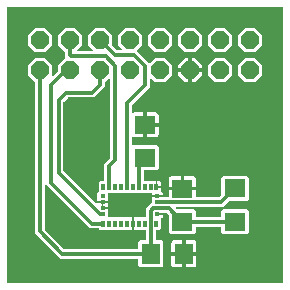
<source format=gbr>
G04 EAGLE Gerber RS-274X export*
G75*
%MOMM*%
%FSLAX34Y34*%
%LPD*%
%INTop Copper*%
%IPPOS*%
%AMOC8*
5,1,8,0,0,1.08239X$1,22.5*%
G01*
%ADD10P,1.649562X8X22.500000*%
%ADD11R,1.800000X1.600000*%
%ADD12R,1.600000X1.800000*%
%ADD13R,1.803000X1.600000*%
%ADD14R,0.300000X0.525000*%
%ADD15R,0.425000X0.300000*%
%ADD16C,0.304800*%

G36*
X242906Y10164D02*
X242906Y10164D01*
X242925Y10162D01*
X243027Y10184D01*
X243129Y10200D01*
X243147Y10210D01*
X243166Y10214D01*
X243255Y10267D01*
X243347Y10316D01*
X243360Y10330D01*
X243377Y10340D01*
X243445Y10419D01*
X243516Y10494D01*
X243524Y10512D01*
X243537Y10527D01*
X243576Y10623D01*
X243620Y10717D01*
X243622Y10737D01*
X243629Y10755D01*
X243648Y10921D01*
X243831Y243077D01*
X243827Y243097D01*
X243830Y243117D01*
X243808Y243218D01*
X243791Y243320D01*
X243782Y243338D01*
X243777Y243358D01*
X243724Y243446D01*
X243676Y243538D01*
X243662Y243552D01*
X243651Y243569D01*
X243573Y243636D01*
X243498Y243707D01*
X243480Y243716D01*
X243464Y243729D01*
X243368Y243767D01*
X243275Y243811D01*
X243255Y243813D01*
X243236Y243821D01*
X243069Y243839D01*
X10922Y243839D01*
X10902Y243836D01*
X10883Y243838D01*
X10781Y243816D01*
X10679Y243800D01*
X10662Y243790D01*
X10642Y243786D01*
X10553Y243733D01*
X10462Y243684D01*
X10448Y243670D01*
X10431Y243660D01*
X10364Y243581D01*
X10292Y243506D01*
X10284Y243488D01*
X10271Y243473D01*
X10232Y243377D01*
X10189Y243283D01*
X10187Y243263D01*
X10179Y243245D01*
X10161Y243078D01*
X10161Y10922D01*
X10164Y10902D01*
X10162Y10883D01*
X10184Y10781D01*
X10200Y10679D01*
X10210Y10662D01*
X10214Y10642D01*
X10267Y10553D01*
X10316Y10462D01*
X10330Y10448D01*
X10340Y10431D01*
X10419Y10364D01*
X10494Y10292D01*
X10512Y10284D01*
X10527Y10271D01*
X10623Y10232D01*
X10717Y10189D01*
X10737Y10187D01*
X10755Y10179D01*
X10922Y10161D01*
X242887Y10161D01*
X242906Y10164D01*
G37*
%LPC*%
G36*
X122998Y23384D02*
X122998Y23384D01*
X121509Y24873D01*
X121509Y30099D01*
X121506Y30119D01*
X121508Y30138D01*
X121486Y30240D01*
X121470Y30342D01*
X121460Y30359D01*
X121456Y30379D01*
X121403Y30468D01*
X121354Y30559D01*
X121340Y30573D01*
X121330Y30590D01*
X121251Y30657D01*
X121176Y30729D01*
X121158Y30737D01*
X121143Y30750D01*
X121047Y30789D01*
X120953Y30832D01*
X120933Y30834D01*
X120915Y30842D01*
X120748Y30860D01*
X55466Y30860D01*
X34035Y52291D01*
X34035Y179880D01*
X34021Y179970D01*
X34013Y180061D01*
X34001Y180091D01*
X33996Y180123D01*
X33953Y180203D01*
X33917Y180287D01*
X33891Y180319D01*
X33880Y180340D01*
X33857Y180362D01*
X33812Y180418D01*
X27939Y186291D01*
X27939Y194709D01*
X33891Y200661D01*
X42309Y200661D01*
X48261Y194709D01*
X48261Y186022D01*
X48272Y185951D01*
X48274Y185879D01*
X48292Y185831D01*
X48300Y185779D01*
X48334Y185716D01*
X48359Y185648D01*
X48391Y185608D01*
X48416Y185562D01*
X48468Y185512D01*
X48512Y185456D01*
X48556Y185428D01*
X48594Y185392D01*
X48659Y185362D01*
X48719Y185323D01*
X48770Y185311D01*
X48817Y185289D01*
X48888Y185281D01*
X48958Y185263D01*
X49010Y185267D01*
X49061Y185262D01*
X49132Y185277D01*
X49203Y185283D01*
X49251Y185303D01*
X49302Y185314D01*
X49363Y185351D01*
X49429Y185379D01*
X49485Y185424D01*
X49513Y185440D01*
X49528Y185458D01*
X49560Y185484D01*
X53116Y189040D01*
X53169Y189114D01*
X53229Y189183D01*
X53241Y189213D01*
X53260Y189239D01*
X53287Y189327D01*
X53321Y189411D01*
X53325Y189452D01*
X53332Y189475D01*
X53331Y189507D01*
X53339Y189578D01*
X53339Y194709D01*
X59253Y200622D01*
X59265Y200639D01*
X59280Y200651D01*
X59336Y200738D01*
X59396Y200822D01*
X59402Y200841D01*
X59413Y200858D01*
X59438Y200958D01*
X59469Y201057D01*
X59468Y201077D01*
X59473Y201097D01*
X59465Y201200D01*
X59462Y201303D01*
X59455Y201322D01*
X59454Y201342D01*
X59435Y201386D01*
X59435Y205280D01*
X59421Y205370D01*
X59413Y205461D01*
X59401Y205491D01*
X59396Y205523D01*
X59353Y205603D01*
X59317Y205687D01*
X59291Y205719D01*
X59280Y205740D01*
X59257Y205762D01*
X59212Y205818D01*
X53339Y211691D01*
X53339Y220109D01*
X59291Y226061D01*
X67709Y226061D01*
X73661Y220109D01*
X73661Y211691D01*
X69518Y207548D01*
X69476Y207490D01*
X69426Y207438D01*
X69405Y207391D01*
X69374Y207349D01*
X69353Y207280D01*
X69323Y207215D01*
X69317Y207163D01*
X69302Y207113D01*
X69304Y207042D01*
X69296Y206971D01*
X69307Y206920D01*
X69308Y206868D01*
X69333Y206800D01*
X69348Y206730D01*
X69375Y206685D01*
X69393Y206637D01*
X69437Y206581D01*
X69474Y206519D01*
X69514Y206485D01*
X69546Y206445D01*
X69607Y206406D01*
X69661Y206359D01*
X69709Y206340D01*
X69753Y206312D01*
X69823Y206294D01*
X69889Y206267D01*
X69961Y206259D01*
X69992Y206251D01*
X70015Y206253D01*
X70056Y206249D01*
X82344Y206249D01*
X82415Y206260D01*
X82486Y206262D01*
X82535Y206280D01*
X82587Y206288D01*
X82650Y206322D01*
X82717Y206347D01*
X82758Y206379D01*
X82804Y206404D01*
X82854Y206456D01*
X82910Y206500D01*
X82938Y206544D01*
X82974Y206582D01*
X83004Y206647D01*
X83043Y206707D01*
X83055Y206758D01*
X83077Y206805D01*
X83085Y206876D01*
X83103Y206946D01*
X83099Y206998D01*
X83104Y207049D01*
X83089Y207120D01*
X83083Y207191D01*
X83063Y207239D01*
X83052Y207290D01*
X83015Y207351D01*
X82987Y207417D01*
X82942Y207473D01*
X82926Y207501D01*
X82908Y207516D01*
X82882Y207548D01*
X78739Y211691D01*
X78739Y220109D01*
X84691Y226061D01*
X93109Y226061D01*
X99061Y220109D01*
X99061Y211803D01*
X99075Y211713D01*
X99083Y211622D01*
X99095Y211592D01*
X99100Y211560D01*
X99143Y211480D01*
X99179Y211396D01*
X99205Y211364D01*
X99216Y211343D01*
X99239Y211321D01*
X99284Y211265D01*
X103061Y207488D01*
X103135Y207435D01*
X103204Y207375D01*
X103234Y207363D01*
X103260Y207344D01*
X103347Y207317D01*
X103432Y207283D01*
X103473Y207279D01*
X103496Y207272D01*
X103528Y207273D01*
X103599Y207265D01*
X106728Y207265D01*
X106799Y207276D01*
X106870Y207278D01*
X106919Y207296D01*
X106971Y207304D01*
X107034Y207338D01*
X107101Y207363D01*
X107142Y207395D01*
X107188Y207420D01*
X107238Y207472D01*
X107294Y207516D01*
X107322Y207560D01*
X107358Y207598D01*
X107388Y207663D01*
X107427Y207723D01*
X107439Y207774D01*
X107461Y207821D01*
X107469Y207892D01*
X107487Y207962D01*
X107483Y208014D01*
X107488Y208065D01*
X107473Y208136D01*
X107467Y208207D01*
X107447Y208255D01*
X107436Y208306D01*
X107399Y208367D01*
X107371Y208433D01*
X107326Y208489D01*
X107310Y208517D01*
X107292Y208532D01*
X107266Y208564D01*
X104139Y211691D01*
X104139Y220109D01*
X110091Y226061D01*
X118509Y226061D01*
X124461Y220109D01*
X124461Y211691D01*
X120459Y207690D01*
X120447Y207673D01*
X120432Y207661D01*
X120376Y207574D01*
X120315Y207490D01*
X120310Y207471D01*
X120299Y207454D01*
X120274Y207354D01*
X120243Y207255D01*
X120244Y207235D01*
X120239Y207216D01*
X120247Y207113D01*
X120249Y207009D01*
X120256Y206990D01*
X120258Y206970D01*
X120298Y206875D01*
X120334Y206778D01*
X120346Y206762D01*
X120354Y206744D01*
X120459Y206613D01*
X122411Y204661D01*
X130413Y196659D01*
X130429Y196647D01*
X130442Y196632D01*
X130529Y196576D01*
X130613Y196515D01*
X130632Y196510D01*
X130649Y196499D01*
X130749Y196474D01*
X130848Y196443D01*
X130868Y196444D01*
X130887Y196439D01*
X130990Y196447D01*
X131094Y196449D01*
X131113Y196456D01*
X131132Y196458D01*
X131227Y196498D01*
X131325Y196534D01*
X131340Y196546D01*
X131359Y196554D01*
X131490Y196659D01*
X135491Y200661D01*
X143909Y200661D01*
X149861Y194709D01*
X149861Y186291D01*
X143909Y180339D01*
X135491Y180339D01*
X132364Y183466D01*
X132306Y183508D01*
X132254Y183558D01*
X132207Y183579D01*
X132165Y183610D01*
X132096Y183631D01*
X132031Y183661D01*
X131979Y183667D01*
X131929Y183682D01*
X131858Y183680D01*
X131787Y183688D01*
X131736Y183677D01*
X131684Y183676D01*
X131616Y183651D01*
X131546Y183636D01*
X131501Y183609D01*
X131453Y183591D01*
X131397Y183547D01*
X131335Y183510D01*
X131301Y183470D01*
X131261Y183438D01*
X131222Y183377D01*
X131175Y183323D01*
X131156Y183275D01*
X131128Y183231D01*
X131110Y183161D01*
X131083Y183095D01*
X131075Y183023D01*
X131067Y182992D01*
X131069Y182969D01*
X131065Y182928D01*
X131065Y176116D01*
X116088Y161139D01*
X116035Y161065D01*
X115975Y160996D01*
X115963Y160966D01*
X115944Y160940D01*
X115917Y160853D01*
X115883Y160768D01*
X115879Y160727D01*
X115872Y160704D01*
X115873Y160672D01*
X115865Y160601D01*
X115865Y155194D01*
X115880Y155100D01*
X115889Y155005D01*
X115900Y154980D01*
X115904Y154952D01*
X115949Y154868D01*
X115987Y154780D01*
X116006Y154759D01*
X116020Y154734D01*
X116089Y154669D01*
X116153Y154598D01*
X116177Y154584D01*
X116198Y154565D01*
X116284Y154525D01*
X116368Y154478D01*
X116395Y154473D01*
X116421Y154461D01*
X116516Y154451D01*
X116610Y154433D01*
X116637Y154437D01*
X116665Y154434D01*
X116759Y154455D01*
X116853Y154468D01*
X116886Y154482D01*
X116906Y154487D01*
X116934Y154503D01*
X117007Y154535D01*
X117019Y154543D01*
X117666Y154716D01*
X125477Y154716D01*
X125477Y144937D01*
X125480Y144917D01*
X125478Y144898D01*
X125500Y144796D01*
X125517Y144694D01*
X125526Y144677D01*
X125530Y144657D01*
X125583Y144568D01*
X125632Y144477D01*
X125646Y144463D01*
X125656Y144446D01*
X125735Y144379D01*
X125810Y144308D01*
X125828Y144299D01*
X125843Y144286D01*
X125939Y144247D01*
X126033Y144204D01*
X126053Y144202D01*
X126071Y144194D01*
X126238Y144176D01*
X127001Y144176D01*
X127001Y144174D01*
X126238Y144174D01*
X126218Y144171D01*
X126199Y144173D01*
X126097Y144151D01*
X125995Y144134D01*
X125978Y144125D01*
X125958Y144121D01*
X125869Y144068D01*
X125778Y144019D01*
X125764Y144005D01*
X125747Y143995D01*
X125680Y143916D01*
X125609Y143841D01*
X125600Y143823D01*
X125587Y143808D01*
X125548Y143712D01*
X125505Y143618D01*
X125503Y143598D01*
X125495Y143580D01*
X125477Y143413D01*
X125477Y133634D01*
X117666Y133634D01*
X117019Y133807D01*
X117007Y133815D01*
X116918Y133848D01*
X116831Y133889D01*
X116803Y133892D01*
X116777Y133902D01*
X116681Y133905D01*
X116587Y133916D01*
X116559Y133910D01*
X116531Y133911D01*
X116439Y133884D01*
X116346Y133863D01*
X116322Y133849D01*
X116295Y133841D01*
X116217Y133786D01*
X116135Y133737D01*
X116117Y133716D01*
X116094Y133700D01*
X116037Y133623D01*
X115975Y133550D01*
X115965Y133524D01*
X115948Y133502D01*
X115919Y133411D01*
X115883Y133322D01*
X115879Y133287D01*
X115873Y133267D01*
X115873Y133234D01*
X115865Y133156D01*
X115865Y127471D01*
X115876Y127399D01*
X115879Y127326D01*
X115896Y127278D01*
X115904Y127228D01*
X115938Y127164D01*
X115964Y127096D01*
X115996Y127056D01*
X116020Y127011D01*
X116072Y126961D01*
X116118Y126904D01*
X116161Y126876D01*
X116198Y126841D01*
X116264Y126811D01*
X116325Y126771D01*
X116375Y126759D01*
X116421Y126738D01*
X116493Y126730D01*
X116564Y126712D01*
X116615Y126716D01*
X116665Y126710D01*
X116690Y126716D01*
X137052Y126716D01*
X138541Y125227D01*
X138541Y107123D01*
X137052Y105634D01*
X126626Y105634D01*
X126606Y105631D01*
X126587Y105633D01*
X126485Y105611D01*
X126383Y105595D01*
X126366Y105585D01*
X126346Y105581D01*
X126257Y105528D01*
X126166Y105479D01*
X126152Y105465D01*
X126135Y105455D01*
X126068Y105376D01*
X125996Y105301D01*
X125988Y105283D01*
X125975Y105268D01*
X125936Y105172D01*
X125893Y105078D01*
X125891Y105058D01*
X125883Y105040D01*
X125865Y104873D01*
X125865Y97752D01*
X125868Y97732D01*
X125866Y97713D01*
X125888Y97611D01*
X125904Y97509D01*
X125914Y97492D01*
X125918Y97472D01*
X125971Y97383D01*
X126020Y97292D01*
X126034Y97278D01*
X126044Y97261D01*
X126123Y97194D01*
X126198Y97122D01*
X126216Y97114D01*
X126231Y97101D01*
X126327Y97062D01*
X126421Y97019D01*
X126441Y97017D01*
X126459Y97009D01*
X126626Y96991D01*
X134473Y96991D01*
X134497Y96979D01*
X134552Y96973D01*
X134606Y96956D01*
X134674Y96958D01*
X134741Y96950D01*
X134819Y96962D01*
X134852Y96962D01*
X134872Y96970D01*
X134907Y96975D01*
X134966Y96991D01*
X136039Y96991D01*
X136039Y91825D01*
X136042Y91806D01*
X136040Y91786D01*
X136062Y91685D01*
X136078Y91583D01*
X136088Y91565D01*
X136092Y91546D01*
X136145Y91456D01*
X136193Y91365D01*
X136194Y91365D01*
X136208Y91351D01*
X136218Y91334D01*
X136219Y91334D01*
X136297Y91267D01*
X136372Y91195D01*
X136390Y91187D01*
X136405Y91174D01*
X136502Y91135D01*
X136595Y91092D01*
X136615Y91090D01*
X136634Y91082D01*
X136800Y91064D01*
X140841Y91064D01*
X140841Y88866D01*
X140649Y88151D01*
X140645Y88107D01*
X140631Y88065D01*
X140633Y87985D01*
X140625Y87906D01*
X140635Y87863D01*
X140635Y87819D01*
X140662Y87744D01*
X140680Y87666D01*
X140703Y87629D01*
X140717Y87587D01*
X140766Y87525D01*
X140808Y87456D01*
X140842Y87428D01*
X140869Y87394D01*
X140986Y87308D01*
X140997Y87299D01*
X141000Y87297D01*
X141004Y87294D01*
X141110Y87233D01*
X141583Y86760D01*
X141918Y86181D01*
X142091Y85534D01*
X142091Y84461D01*
X137425Y84461D01*
X132759Y84461D01*
X132759Y85534D01*
X132804Y85701D01*
X132816Y85820D01*
X132829Y85937D01*
X132828Y85942D01*
X132828Y85946D01*
X132802Y86062D01*
X132777Y86178D01*
X132774Y86181D01*
X132773Y86185D01*
X132711Y86287D01*
X132650Y86389D01*
X132647Y86392D01*
X132645Y86395D01*
X132554Y86472D01*
X132463Y86549D01*
X132460Y86550D01*
X132456Y86553D01*
X132346Y86596D01*
X132235Y86641D01*
X132230Y86641D01*
X132227Y86643D01*
X132214Y86643D01*
X132069Y86659D01*
X96602Y86659D01*
X96582Y86656D01*
X96563Y86658D01*
X96461Y86636D01*
X96359Y86620D01*
X96342Y86610D01*
X96322Y86606D01*
X96233Y86553D01*
X96142Y86504D01*
X96128Y86490D01*
X96111Y86480D01*
X96044Y86401D01*
X95972Y86326D01*
X95964Y86308D01*
X95951Y86293D01*
X95912Y86197D01*
X95869Y86103D01*
X95867Y86083D01*
X95859Y86065D01*
X95841Y85898D01*
X95841Y81027D01*
X95829Y81003D01*
X95823Y80948D01*
X95806Y80894D01*
X95808Y80826D01*
X95800Y80759D01*
X95812Y80681D01*
X95812Y80648D01*
X95820Y80628D01*
X95825Y80593D01*
X95841Y80534D01*
X95841Y79461D01*
X91175Y79461D01*
X86509Y79461D01*
X86509Y80534D01*
X86525Y80593D01*
X86532Y80661D01*
X86548Y80726D01*
X86544Y80782D01*
X86550Y80838D01*
X86534Y80904D01*
X86529Y80972D01*
X86509Y81018D01*
X86509Y86252D01*
X87544Y87287D01*
X87556Y87304D01*
X87572Y87317D01*
X87601Y87363D01*
X87618Y87380D01*
X87631Y87409D01*
X87687Y87486D01*
X87693Y87506D01*
X87704Y87524D01*
X87729Y87624D01*
X87759Y87722D01*
X87759Y87742D01*
X87764Y87762D01*
X87759Y87828D01*
X87759Y87832D01*
X87759Y95502D01*
X89248Y96991D01*
X91974Y96991D01*
X91994Y96994D01*
X92013Y96992D01*
X92115Y97014D01*
X92217Y97030D01*
X92234Y97040D01*
X92254Y97044D01*
X92343Y97097D01*
X92434Y97146D01*
X92448Y97160D01*
X92465Y97170D01*
X92532Y97249D01*
X92604Y97324D01*
X92612Y97342D01*
X92625Y97357D01*
X92664Y97453D01*
X92707Y97547D01*
X92709Y97567D01*
X92717Y97585D01*
X92735Y97752D01*
X92735Y111184D01*
X97312Y115761D01*
X97365Y115835D01*
X97425Y115904D01*
X97437Y115934D01*
X97456Y115960D01*
X97483Y116047D01*
X97517Y116132D01*
X97521Y116173D01*
X97528Y116196D01*
X97527Y116228D01*
X97535Y116299D01*
X97535Y182928D01*
X97524Y182999D01*
X97522Y183070D01*
X97504Y183119D01*
X97496Y183171D01*
X97462Y183234D01*
X97437Y183301D01*
X97405Y183342D01*
X97380Y183388D01*
X97329Y183437D01*
X97284Y183494D01*
X97240Y183522D01*
X97202Y183558D01*
X97137Y183588D01*
X97077Y183627D01*
X97026Y183639D01*
X96979Y183661D01*
X96908Y183669D01*
X96838Y183687D01*
X96786Y183683D01*
X96735Y183688D01*
X96664Y183673D01*
X96593Y183667D01*
X96545Y183647D01*
X96494Y183636D01*
X96433Y183599D01*
X96367Y183571D01*
X96311Y183526D01*
X96283Y183510D01*
X96268Y183492D01*
X96236Y183466D01*
X93188Y180418D01*
X93140Y180351D01*
X93136Y180348D01*
X93134Y180344D01*
X93075Y180275D01*
X93063Y180245D01*
X93044Y180219D01*
X93017Y180132D01*
X92983Y180047D01*
X92979Y180006D01*
X92972Y179983D01*
X92973Y179951D01*
X92965Y179880D01*
X92965Y176116D01*
X84234Y167385D01*
X62324Y167385D01*
X62234Y167371D01*
X62143Y167363D01*
X62113Y167351D01*
X62081Y167346D01*
X62001Y167303D01*
X61917Y167267D01*
X61885Y167241D01*
X61864Y167230D01*
X61842Y167207D01*
X61786Y167162D01*
X58263Y163639D01*
X58210Y163565D01*
X58150Y163496D01*
X58138Y163466D01*
X58119Y163440D01*
X58092Y163353D01*
X58058Y163268D01*
X58054Y163227D01*
X58047Y163204D01*
X58048Y163172D01*
X58040Y163101D01*
X58040Y105624D01*
X58054Y105534D01*
X58062Y105443D01*
X58074Y105413D01*
X58079Y105381D01*
X58122Y105301D01*
X58158Y105217D01*
X58184Y105185D01*
X58195Y105164D01*
X58218Y105142D01*
X58263Y105086D01*
X85210Y78139D01*
X85268Y78097D01*
X85320Y78047D01*
X85367Y78025D01*
X85409Y77995D01*
X85478Y77974D01*
X85543Y77944D01*
X85595Y77938D01*
X85645Y77923D01*
X85716Y77925D01*
X85787Y77917D01*
X85838Y77928D01*
X85890Y77929D01*
X85916Y77939D01*
X90414Y77939D01*
X90414Y73700D01*
X90417Y73681D01*
X90415Y73661D01*
X90437Y73560D01*
X90453Y73458D01*
X90463Y73440D01*
X90467Y73421D01*
X90520Y73331D01*
X90568Y73240D01*
X90569Y73240D01*
X90583Y73226D01*
X90593Y73209D01*
X90594Y73209D01*
X90672Y73142D01*
X90747Y73070D01*
X90765Y73062D01*
X90780Y73049D01*
X90877Y73010D01*
X90970Y72967D01*
X90990Y72965D01*
X91009Y72957D01*
X91175Y72939D01*
X95841Y72939D01*
X95841Y71866D01*
X95825Y71807D01*
X95818Y71739D01*
X95802Y71674D01*
X95806Y71618D01*
X95800Y71562D01*
X95816Y71496D01*
X95821Y71428D01*
X95841Y71382D01*
X95841Y66502D01*
X95844Y66482D01*
X95842Y66463D01*
X95864Y66361D01*
X95880Y66259D01*
X95890Y66242D01*
X95894Y66222D01*
X95947Y66133D01*
X95996Y66042D01*
X96010Y66028D01*
X96020Y66011D01*
X96099Y65944D01*
X96174Y65872D01*
X96192Y65864D01*
X96207Y65851D01*
X96303Y65812D01*
X96397Y65769D01*
X96417Y65767D01*
X96435Y65759D01*
X96602Y65741D01*
X114473Y65741D01*
X114497Y65729D01*
X114552Y65723D01*
X114606Y65706D01*
X114674Y65708D01*
X114741Y65700D01*
X114819Y65712D01*
X114852Y65712D01*
X114872Y65720D01*
X114907Y65725D01*
X114966Y65741D01*
X116039Y65741D01*
X116039Y60575D01*
X116039Y55409D01*
X114966Y55409D01*
X114907Y55425D01*
X114839Y55432D01*
X114774Y55448D01*
X114718Y55444D01*
X114662Y55450D01*
X114596Y55434D01*
X114528Y55429D01*
X114482Y55409D01*
X89248Y55409D01*
X88370Y56287D01*
X88296Y56340D01*
X88226Y56400D01*
X88196Y56412D01*
X88170Y56431D01*
X88083Y56458D01*
X87998Y56492D01*
X87957Y56496D01*
X87935Y56503D01*
X87903Y56502D01*
X87831Y56510D01*
X80616Y56510D01*
X46164Y90962D01*
X43464Y93662D01*
X43406Y93704D01*
X43354Y93754D01*
X43307Y93776D01*
X43265Y93806D01*
X43196Y93827D01*
X43131Y93857D01*
X43079Y93863D01*
X43029Y93878D01*
X42958Y93876D01*
X42887Y93884D01*
X42836Y93873D01*
X42784Y93872D01*
X42716Y93847D01*
X42646Y93832D01*
X42601Y93805D01*
X42553Y93787D01*
X42497Y93743D01*
X42435Y93706D01*
X42401Y93666D01*
X42361Y93634D01*
X42322Y93573D01*
X42275Y93519D01*
X42256Y93471D01*
X42228Y93427D01*
X42210Y93357D01*
X42183Y93291D01*
X42175Y93219D01*
X42167Y93188D01*
X42169Y93165D01*
X42165Y93124D01*
X42165Y55974D01*
X42179Y55884D01*
X42187Y55793D01*
X42199Y55763D01*
X42204Y55731D01*
X42247Y55651D01*
X42283Y55567D01*
X42309Y55535D01*
X42320Y55514D01*
X42343Y55492D01*
X42388Y55436D01*
X58611Y39213D01*
X58685Y39160D01*
X58754Y39100D01*
X58784Y39088D01*
X58810Y39069D01*
X58897Y39042D01*
X58982Y39008D01*
X59023Y39004D01*
X59046Y38997D01*
X59078Y38998D01*
X59149Y38990D01*
X120748Y38990D01*
X120768Y38993D01*
X120787Y38991D01*
X120889Y39013D01*
X120991Y39029D01*
X121008Y39039D01*
X121028Y39043D01*
X121117Y39096D01*
X121208Y39145D01*
X121222Y39159D01*
X121239Y39169D01*
X121306Y39248D01*
X121378Y39323D01*
X121386Y39341D01*
X121399Y39356D01*
X121438Y39452D01*
X121481Y39546D01*
X121483Y39566D01*
X121491Y39584D01*
X121509Y39751D01*
X121509Y44977D01*
X122998Y46466D01*
X127224Y46466D01*
X127244Y46469D01*
X127263Y46467D01*
X127365Y46489D01*
X127467Y46505D01*
X127484Y46515D01*
X127504Y46519D01*
X127593Y46572D01*
X127684Y46621D01*
X127698Y46635D01*
X127715Y46645D01*
X127782Y46724D01*
X127854Y46799D01*
X127862Y46817D01*
X127875Y46832D01*
X127914Y46928D01*
X127957Y47022D01*
X127959Y47042D01*
X127967Y47060D01*
X127985Y47227D01*
X127985Y54648D01*
X127982Y54668D01*
X127984Y54687D01*
X127962Y54789D01*
X127946Y54891D01*
X127936Y54908D01*
X127932Y54928D01*
X127879Y55017D01*
X127830Y55108D01*
X127816Y55122D01*
X127806Y55139D01*
X127727Y55206D01*
X127652Y55278D01*
X127634Y55286D01*
X127619Y55299D01*
X127523Y55338D01*
X127429Y55381D01*
X127409Y55383D01*
X127391Y55391D01*
X127224Y55409D01*
X119127Y55409D01*
X119103Y55421D01*
X119048Y55427D01*
X118994Y55444D01*
X118926Y55442D01*
X118859Y55450D01*
X118781Y55438D01*
X118748Y55438D01*
X118728Y55430D01*
X118693Y55425D01*
X118634Y55409D01*
X117561Y55409D01*
X117561Y60575D01*
X117561Y65741D01*
X118634Y65741D01*
X118693Y65725D01*
X118761Y65718D01*
X118826Y65702D01*
X118882Y65706D01*
X118938Y65700D01*
X119004Y65716D01*
X119072Y65721D01*
X119118Y65741D01*
X126974Y65741D01*
X126994Y65744D01*
X127013Y65742D01*
X127115Y65764D01*
X127217Y65780D01*
X127234Y65790D01*
X127254Y65794D01*
X127343Y65847D01*
X127434Y65896D01*
X127448Y65910D01*
X127465Y65920D01*
X127532Y65999D01*
X127604Y66074D01*
X127612Y66092D01*
X127625Y66107D01*
X127664Y66203D01*
X127707Y66297D01*
X127709Y66317D01*
X127717Y66335D01*
X127735Y66502D01*
X127735Y73159D01*
X132536Y77960D01*
X132589Y78034D01*
X132649Y78103D01*
X132661Y78133D01*
X132680Y78159D01*
X132707Y78246D01*
X132741Y78331D01*
X132745Y78372D01*
X132752Y78395D01*
X132751Y78427D01*
X132759Y78498D01*
X132759Y81373D01*
X132771Y81397D01*
X132777Y81452D01*
X132794Y81506D01*
X132792Y81574D01*
X132800Y81641D01*
X132788Y81719D01*
X132788Y81752D01*
X132780Y81772D01*
X132775Y81807D01*
X132759Y81866D01*
X132759Y82939D01*
X137425Y82939D01*
X142380Y82939D01*
X142424Y82896D01*
X142442Y82888D01*
X142457Y82875D01*
X142553Y82836D01*
X142647Y82793D01*
X142667Y82791D01*
X142685Y82783D01*
X142852Y82765D01*
X146448Y82765D01*
X146468Y82768D01*
X146487Y82766D01*
X146589Y82788D01*
X146691Y82804D01*
X146708Y82814D01*
X146728Y82818D01*
X146817Y82871D01*
X146908Y82920D01*
X146922Y82934D01*
X146939Y82944D01*
X147006Y83023D01*
X147078Y83098D01*
X147086Y83116D01*
X147099Y83131D01*
X147138Y83227D01*
X147181Y83321D01*
X147183Y83341D01*
X147191Y83359D01*
X147209Y83526D01*
X147209Y88677D01*
X157988Y88677D01*
X158008Y88680D01*
X158027Y88678D01*
X158129Y88700D01*
X158231Y88717D01*
X158248Y88726D01*
X158268Y88730D01*
X158357Y88783D01*
X158448Y88832D01*
X158462Y88846D01*
X158479Y88856D01*
X158546Y88935D01*
X158617Y89010D01*
X158626Y89028D01*
X158639Y89043D01*
X158678Y89139D01*
X158721Y89233D01*
X158723Y89253D01*
X158731Y89271D01*
X158749Y89438D01*
X158749Y90201D01*
X158751Y90201D01*
X158751Y89438D01*
X158754Y89418D01*
X158752Y89399D01*
X158774Y89297D01*
X158791Y89195D01*
X158800Y89178D01*
X158804Y89158D01*
X158857Y89069D01*
X158906Y88978D01*
X158920Y88964D01*
X158930Y88947D01*
X159009Y88880D01*
X159084Y88809D01*
X159102Y88800D01*
X159117Y88787D01*
X159213Y88748D01*
X159307Y88705D01*
X159327Y88703D01*
X159345Y88695D01*
X159512Y88677D01*
X170291Y88677D01*
X170291Y83526D01*
X170294Y83506D01*
X170292Y83487D01*
X170314Y83385D01*
X170330Y83283D01*
X170340Y83266D01*
X170344Y83246D01*
X170397Y83157D01*
X170446Y83066D01*
X170460Y83052D01*
X170470Y83035D01*
X170549Y82968D01*
X170624Y82896D01*
X170642Y82888D01*
X170657Y82875D01*
X170753Y82836D01*
X170847Y82793D01*
X170867Y82791D01*
X170885Y82783D01*
X171052Y82765D01*
X189481Y82765D01*
X189571Y82779D01*
X189662Y82787D01*
X189692Y82799D01*
X189724Y82804D01*
X189804Y82847D01*
X189888Y82883D01*
X189921Y82909D01*
X189941Y82920D01*
X189963Y82943D01*
X190019Y82988D01*
X191421Y84390D01*
X191474Y84464D01*
X191534Y84533D01*
X191546Y84563D01*
X191565Y84589D01*
X191592Y84676D01*
X191626Y84761D01*
X191630Y84802D01*
X191637Y84824D01*
X191636Y84857D01*
X191644Y84928D01*
X191644Y99472D01*
X193133Y100961D01*
X213267Y100961D01*
X214756Y99472D01*
X214756Y81368D01*
X213267Y79879D01*
X198723Y79879D01*
X198633Y79865D01*
X198542Y79857D01*
X198512Y79845D01*
X198480Y79840D01*
X198400Y79797D01*
X198316Y79761D01*
X198284Y79735D01*
X198263Y79724D01*
X198241Y79701D01*
X198185Y79656D01*
X193164Y74635D01*
X153901Y74635D01*
X153830Y74624D01*
X153758Y74622D01*
X153709Y74604D01*
X153658Y74596D01*
X153595Y74562D01*
X153527Y74537D01*
X153487Y74505D01*
X153441Y74480D01*
X153391Y74429D01*
X153335Y74384D01*
X153307Y74340D01*
X153271Y74302D01*
X153241Y74237D01*
X153202Y74177D01*
X153190Y74126D01*
X153168Y74079D01*
X153160Y74008D01*
X153142Y73938D01*
X153146Y73886D01*
X153141Y73835D01*
X153156Y73764D01*
X153162Y73693D01*
X153182Y73645D01*
X153193Y73594D01*
X153230Y73533D01*
X153258Y73467D01*
X153303Y73411D01*
X153319Y73383D01*
X153337Y73368D01*
X153363Y73336D01*
X153735Y72964D01*
X153809Y72910D01*
X153878Y72851D01*
X153908Y72839D01*
X153934Y72820D01*
X154022Y72793D01*
X154106Y72759D01*
X154147Y72755D01*
X154170Y72748D01*
X154202Y72749D01*
X154273Y72741D01*
X168802Y72741D01*
X170291Y71252D01*
X170291Y66806D01*
X170294Y66786D01*
X170292Y66767D01*
X170314Y66665D01*
X170330Y66563D01*
X170340Y66546D01*
X170344Y66526D01*
X170397Y66437D01*
X170446Y66346D01*
X170460Y66332D01*
X170470Y66315D01*
X170549Y66248D01*
X170624Y66176D01*
X170642Y66168D01*
X170657Y66155D01*
X170753Y66116D01*
X170847Y66073D01*
X170867Y66071D01*
X170885Y66063D01*
X171052Y66045D01*
X190883Y66045D01*
X190903Y66048D01*
X190922Y66046D01*
X191024Y66068D01*
X191126Y66084D01*
X191143Y66094D01*
X191163Y66098D01*
X191252Y66151D01*
X191343Y66200D01*
X191357Y66214D01*
X191374Y66224D01*
X191441Y66303D01*
X191513Y66378D01*
X191521Y66396D01*
X191534Y66411D01*
X191573Y66507D01*
X191616Y66601D01*
X191618Y66621D01*
X191626Y66639D01*
X191644Y66806D01*
X191644Y71032D01*
X193133Y72521D01*
X213267Y72521D01*
X214756Y71032D01*
X214756Y52928D01*
X213267Y51439D01*
X193133Y51439D01*
X191644Y52928D01*
X191644Y57154D01*
X191641Y57174D01*
X191643Y57193D01*
X191621Y57295D01*
X191605Y57397D01*
X191595Y57414D01*
X191591Y57434D01*
X191538Y57523D01*
X191489Y57614D01*
X191475Y57628D01*
X191465Y57645D01*
X191386Y57712D01*
X191311Y57784D01*
X191293Y57792D01*
X191278Y57805D01*
X191182Y57844D01*
X191088Y57887D01*
X191068Y57889D01*
X191050Y57897D01*
X190883Y57915D01*
X171052Y57915D01*
X171032Y57912D01*
X171013Y57914D01*
X170911Y57892D01*
X170809Y57876D01*
X170792Y57866D01*
X170772Y57862D01*
X170683Y57809D01*
X170592Y57760D01*
X170578Y57746D01*
X170561Y57736D01*
X170494Y57657D01*
X170422Y57582D01*
X170414Y57564D01*
X170401Y57549D01*
X170362Y57453D01*
X170319Y57359D01*
X170317Y57339D01*
X170309Y57321D01*
X170291Y57154D01*
X170291Y53148D01*
X168802Y51659D01*
X148698Y51659D01*
X147209Y53148D01*
X147209Y67677D01*
X147195Y67767D01*
X147187Y67858D01*
X147175Y67888D01*
X147170Y67920D01*
X147127Y68000D01*
X147091Y68084D01*
X147065Y68116D01*
X147054Y68137D01*
X147031Y68159D01*
X146986Y68215D01*
X145789Y69412D01*
X145715Y69465D01*
X145646Y69525D01*
X145616Y69537D01*
X145590Y69556D01*
X145503Y69583D01*
X145418Y69617D01*
X145377Y69621D01*
X145354Y69628D01*
X145322Y69627D01*
X145251Y69635D01*
X142852Y69635D01*
X142832Y69632D01*
X142813Y69634D01*
X142711Y69612D01*
X142609Y69596D01*
X142592Y69586D01*
X142572Y69582D01*
X142483Y69529D01*
X142392Y69480D01*
X142378Y69466D01*
X142370Y69461D01*
X137425Y69461D01*
X137406Y69458D01*
X137386Y69460D01*
X137285Y69438D01*
X137183Y69422D01*
X137165Y69412D01*
X137146Y69408D01*
X137056Y69355D01*
X136965Y69307D01*
X136952Y69292D01*
X136934Y69282D01*
X136867Y69203D01*
X136796Y69128D01*
X136787Y69110D01*
X136774Y69095D01*
X136736Y68999D01*
X136692Y68905D01*
X136690Y68885D01*
X136683Y68867D01*
X136664Y68700D01*
X136667Y68680D01*
X136665Y68661D01*
X136665Y68660D01*
X136687Y68559D01*
X136704Y68457D01*
X136713Y68440D01*
X136717Y68420D01*
X136771Y68331D01*
X136819Y68240D01*
X136833Y68226D01*
X136844Y68209D01*
X136922Y68142D01*
X136997Y68070D01*
X137015Y68062D01*
X137030Y68049D01*
X137127Y68010D01*
X137220Y67967D01*
X137240Y67965D01*
X137259Y67957D01*
X137425Y67939D01*
X142091Y67939D01*
X142091Y66866D01*
X141918Y66219D01*
X141583Y65640D01*
X141056Y65113D01*
X141044Y65096D01*
X141028Y65083D01*
X140973Y64997D01*
X140913Y64914D01*
X140907Y64894D01*
X140896Y64876D01*
X140871Y64776D01*
X140841Y64678D01*
X140841Y64658D01*
X140836Y64638D01*
X140841Y64572D01*
X140841Y64568D01*
X140841Y56898D01*
X139352Y55409D01*
X136876Y55409D01*
X136856Y55406D01*
X136837Y55408D01*
X136735Y55386D01*
X136633Y55370D01*
X136616Y55360D01*
X136596Y55356D01*
X136507Y55303D01*
X136416Y55254D01*
X136402Y55240D01*
X136385Y55230D01*
X136318Y55151D01*
X136246Y55076D01*
X136238Y55058D01*
X136225Y55043D01*
X136186Y54947D01*
X136143Y54853D01*
X136141Y54833D01*
X136133Y54815D01*
X136115Y54648D01*
X136115Y47227D01*
X136118Y47207D01*
X136116Y47188D01*
X136138Y47086D01*
X136154Y46984D01*
X136164Y46967D01*
X136168Y46947D01*
X136221Y46858D01*
X136270Y46767D01*
X136284Y46753D01*
X136294Y46736D01*
X136373Y46669D01*
X136448Y46597D01*
X136466Y46589D01*
X136481Y46576D01*
X136577Y46537D01*
X136671Y46494D01*
X136691Y46492D01*
X136709Y46484D01*
X136876Y46466D01*
X141102Y46466D01*
X142591Y44977D01*
X142591Y24873D01*
X141102Y23384D01*
X122998Y23384D01*
G37*
%LPD*%
%LPC*%
G36*
X186291Y205739D02*
X186291Y205739D01*
X180339Y211691D01*
X180339Y220109D01*
X186291Y226061D01*
X194709Y226061D01*
X200661Y220109D01*
X200661Y211691D01*
X194709Y205739D01*
X186291Y205739D01*
G37*
%LPD*%
%LPC*%
G36*
X160891Y205739D02*
X160891Y205739D01*
X154939Y211691D01*
X154939Y220109D01*
X160891Y226061D01*
X169309Y226061D01*
X175261Y220109D01*
X175261Y211691D01*
X169309Y205739D01*
X160891Y205739D01*
G37*
%LPD*%
%LPC*%
G36*
X211691Y205739D02*
X211691Y205739D01*
X205739Y211691D01*
X205739Y220109D01*
X211691Y226061D01*
X220109Y226061D01*
X226061Y220109D01*
X226061Y211691D01*
X220109Y205739D01*
X211691Y205739D01*
G37*
%LPD*%
%LPC*%
G36*
X135491Y205739D02*
X135491Y205739D01*
X129539Y211691D01*
X129539Y220109D01*
X135491Y226061D01*
X143909Y226061D01*
X149861Y220109D01*
X149861Y211691D01*
X143909Y205739D01*
X135491Y205739D01*
G37*
%LPD*%
%LPC*%
G36*
X33891Y205739D02*
X33891Y205739D01*
X27939Y211691D01*
X27939Y220109D01*
X33891Y226061D01*
X42309Y226061D01*
X48261Y220109D01*
X48261Y211691D01*
X42309Y205739D01*
X33891Y205739D01*
G37*
%LPD*%
%LPC*%
G36*
X211691Y180339D02*
X211691Y180339D01*
X205739Y186291D01*
X205739Y194709D01*
X211691Y200661D01*
X220109Y200661D01*
X226061Y194709D01*
X226061Y186291D01*
X220109Y180339D01*
X211691Y180339D01*
G37*
%LPD*%
%LPC*%
G36*
X186291Y180339D02*
X186291Y180339D01*
X180339Y186291D01*
X180339Y194709D01*
X186291Y200661D01*
X194709Y200661D01*
X200661Y194709D01*
X200661Y186291D01*
X194709Y180339D01*
X186291Y180339D01*
G37*
%LPD*%
%LPC*%
G36*
X161573Y36448D02*
X161573Y36448D01*
X161573Y46466D01*
X168384Y46466D01*
X169031Y46293D01*
X169610Y45958D01*
X170083Y45485D01*
X170418Y44906D01*
X170591Y44259D01*
X170591Y36448D01*
X161573Y36448D01*
G37*
%LPD*%
%LPC*%
G36*
X128523Y145698D02*
X128523Y145698D01*
X128523Y154716D01*
X136334Y154716D01*
X136981Y154543D01*
X137560Y154208D01*
X138033Y153735D01*
X138368Y153156D01*
X138541Y152509D01*
X138541Y145698D01*
X128523Y145698D01*
G37*
%LPD*%
%LPC*%
G36*
X160273Y91723D02*
X160273Y91723D01*
X160273Y100741D01*
X168084Y100741D01*
X168731Y100568D01*
X169310Y100233D01*
X169783Y99760D01*
X170118Y99181D01*
X170291Y98534D01*
X170291Y91723D01*
X160273Y91723D01*
G37*
%LPD*%
%LPC*%
G36*
X128523Y142652D02*
X128523Y142652D01*
X138541Y142652D01*
X138541Y135841D01*
X138368Y135194D01*
X138033Y134615D01*
X137560Y134142D01*
X136981Y133807D01*
X136334Y133634D01*
X128523Y133634D01*
X128523Y142652D01*
G37*
%LPD*%
%LPC*%
G36*
X147209Y91723D02*
X147209Y91723D01*
X147209Y98534D01*
X147382Y99181D01*
X147717Y99760D01*
X148190Y100233D01*
X148769Y100568D01*
X149416Y100741D01*
X157227Y100741D01*
X157227Y91723D01*
X147209Y91723D01*
G37*
%LPD*%
%LPC*%
G36*
X149509Y36448D02*
X149509Y36448D01*
X149509Y44259D01*
X149682Y44906D01*
X150017Y45485D01*
X150490Y45958D01*
X151069Y46293D01*
X151716Y46466D01*
X158527Y46466D01*
X158527Y36448D01*
X149509Y36448D01*
G37*
%LPD*%
%LPC*%
G36*
X161573Y23384D02*
X161573Y23384D01*
X161573Y33402D01*
X170591Y33402D01*
X170591Y25591D01*
X170418Y24944D01*
X170083Y24365D01*
X169610Y23892D01*
X169031Y23557D01*
X168384Y23384D01*
X161573Y23384D01*
G37*
%LPD*%
%LPC*%
G36*
X151716Y23384D02*
X151716Y23384D01*
X151069Y23557D01*
X150490Y23892D01*
X150017Y24365D01*
X149682Y24944D01*
X149509Y25591D01*
X149509Y33402D01*
X158527Y33402D01*
X158527Y23384D01*
X151716Y23384D01*
G37*
%LPD*%
%LPC*%
G36*
X166623Y192023D02*
X166623Y192023D01*
X166623Y200661D01*
X169309Y200661D01*
X175261Y194709D01*
X175261Y192023D01*
X166623Y192023D01*
G37*
%LPD*%
%LPC*%
G36*
X154939Y192023D02*
X154939Y192023D01*
X154939Y194709D01*
X160891Y200661D01*
X163577Y200661D01*
X163577Y192023D01*
X154939Y192023D01*
G37*
%LPD*%
%LPC*%
G36*
X166623Y180339D02*
X166623Y180339D01*
X166623Y188977D01*
X175261Y188977D01*
X175261Y186291D01*
X169309Y180339D01*
X166623Y180339D01*
G37*
%LPD*%
%LPC*%
G36*
X160891Y180339D02*
X160891Y180339D01*
X154939Y186291D01*
X154939Y188977D01*
X163577Y188977D01*
X163577Y180339D01*
X160891Y180339D01*
G37*
%LPD*%
%LPC*%
G36*
X91936Y74461D02*
X91936Y74461D01*
X91936Y77939D01*
X95841Y77939D01*
X95841Y76865D01*
X95715Y76397D01*
X95704Y76283D01*
X95690Y76169D01*
X95691Y76159D01*
X95691Y76152D01*
X95696Y76131D01*
X95715Y76003D01*
X95841Y75534D01*
X95841Y74461D01*
X91936Y74461D01*
G37*
%LPD*%
%LPC*%
G36*
X137561Y92586D02*
X137561Y92586D01*
X137561Y96991D01*
X138634Y96991D01*
X139281Y96818D01*
X139860Y96483D01*
X140333Y96010D01*
X140668Y95431D01*
X140841Y94784D01*
X140841Y92586D01*
X137561Y92586D01*
G37*
%LPD*%
%LPC*%
G36*
X165099Y190499D02*
X165099Y190499D01*
X165099Y190501D01*
X165101Y190501D01*
X165101Y190499D01*
X165099Y190499D01*
G37*
%LPD*%
%LPC*%
G36*
X160049Y34924D02*
X160049Y34924D01*
X160049Y34926D01*
X160051Y34926D01*
X160051Y34924D01*
X160049Y34924D01*
G37*
%LPD*%
D10*
X38100Y190500D03*
X63500Y190500D03*
X88900Y190500D03*
X114300Y190500D03*
X139700Y190500D03*
X165100Y190500D03*
X38100Y215900D03*
X63500Y215900D03*
X88900Y215900D03*
X114300Y215900D03*
X139700Y215900D03*
X165100Y215900D03*
X190500Y190500D03*
X215900Y190500D03*
X190500Y215900D03*
X215900Y215900D03*
D11*
X158750Y62200D03*
X158750Y90200D03*
X127000Y116175D03*
X127000Y144175D03*
D12*
X132050Y34925D03*
X160050Y34925D03*
D13*
X203200Y61980D03*
X203200Y90420D03*
D14*
X136800Y60575D03*
D15*
X137425Y68700D03*
X137425Y73700D03*
X137425Y78700D03*
X137425Y83700D03*
D14*
X136800Y91825D03*
X131800Y91825D03*
X126800Y91825D03*
X121800Y91825D03*
X116800Y91825D03*
X111800Y91825D03*
X106800Y91825D03*
X101800Y91825D03*
X96800Y91825D03*
X91800Y91825D03*
D15*
X91175Y83700D03*
X91175Y78700D03*
X91175Y73700D03*
X91175Y68700D03*
D14*
X91800Y60575D03*
X96800Y60575D03*
X101800Y60575D03*
X106800Y60575D03*
X111800Y60575D03*
X116800Y60575D03*
X121800Y60575D03*
X126800Y60575D03*
X131800Y60575D03*
D16*
X137425Y73700D02*
X147250Y73700D01*
X158750Y62200D01*
X158970Y61980D02*
X203200Y61980D01*
X158970Y61980D02*
X158750Y62200D01*
X132050Y60325D02*
X131800Y60575D01*
X132050Y60325D02*
X132050Y34925D01*
X57150Y34925D01*
X38100Y53975D01*
X38100Y190500D01*
X134025Y73700D02*
X137425Y73700D01*
X131800Y71475D02*
X131800Y60575D01*
X131800Y71475D02*
X134025Y73700D01*
X121800Y110975D02*
X127000Y116175D01*
X121800Y110975D02*
X121800Y91825D01*
X137425Y78700D02*
X191480Y78700D01*
X203200Y90420D01*
X60325Y190500D02*
X47625Y177800D01*
X60325Y190500D02*
X63500Y190500D01*
X47625Y95250D02*
X82300Y60575D01*
X91236Y60575D01*
X47625Y95250D02*
X47625Y177800D01*
X88900Y68700D02*
X91175Y68700D01*
X88900Y68700D02*
X53975Y103625D01*
X88900Y177800D02*
X88900Y190500D01*
X53975Y165100D02*
X53975Y103625D01*
X53975Y165100D02*
X60325Y171450D01*
X82550Y171450D02*
X88900Y177800D01*
X82550Y171450D02*
X60325Y171450D01*
X96800Y109500D02*
X96800Y91825D01*
X96800Y109500D02*
X101600Y114300D01*
X64516Y202184D02*
X63500Y203200D01*
X101600Y194324D02*
X101600Y114300D01*
X101600Y194324D02*
X93740Y202184D01*
X64516Y202184D01*
X63500Y203200D02*
X63500Y215900D01*
X111800Y162600D02*
X111800Y91825D01*
X111800Y162600D02*
X127000Y177800D01*
X101600Y203200D02*
X88900Y215900D01*
X127000Y194324D02*
X127000Y177800D01*
X127000Y194324D02*
X118124Y203200D01*
X101600Y203200D01*
M02*

</source>
